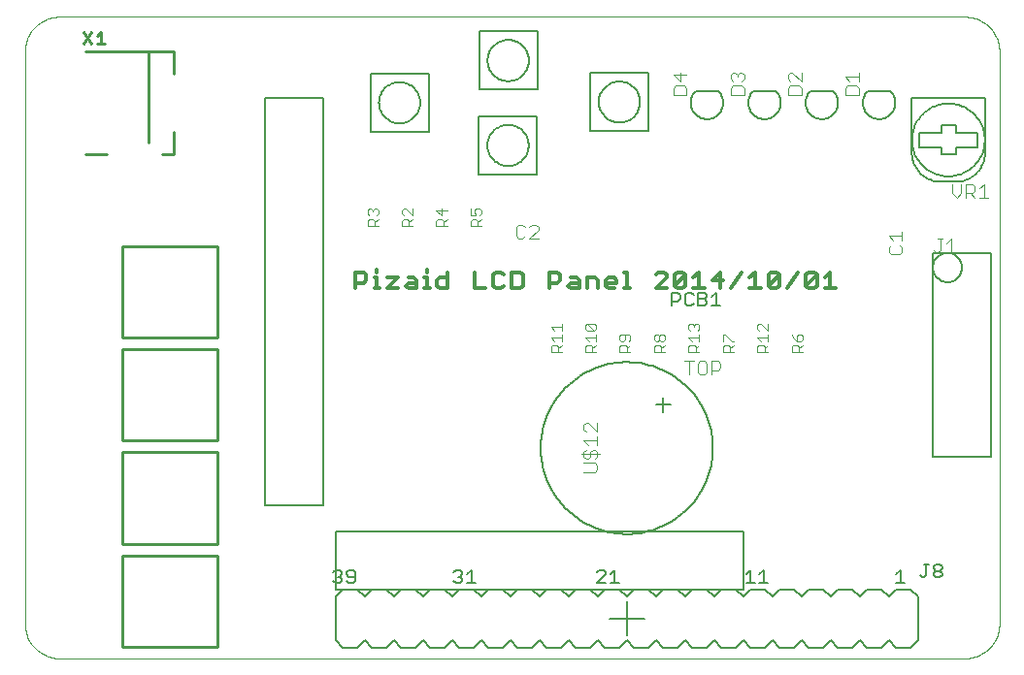
<source format=gto>
G75*
%MOIN*%
%OFA0B0*%
%FSLAX24Y24*%
%IPPOS*%
%LPD*%
%AMOC8*
5,1,8,0,0,1.08239X$1,22.5*
%
%ADD10C,0.0140*%
%ADD11C,0.0039*%
%ADD12C,0.0050*%
%ADD13C,0.0030*%
%ADD14C,0.0040*%
%ADD15C,0.0060*%
%ADD16C,0.0100*%
D10*
X012461Y014840D02*
X012461Y015400D01*
X012741Y015400D01*
X012834Y015307D01*
X012834Y015120D01*
X012741Y015026D01*
X012461Y015026D01*
X013105Y014840D02*
X013292Y014840D01*
X013199Y014840D02*
X013199Y015213D01*
X013105Y015213D01*
X013199Y015400D02*
X013199Y015494D01*
X013535Y015213D02*
X013909Y015213D01*
X013535Y014840D01*
X013909Y014840D01*
X014180Y014933D02*
X014273Y015026D01*
X014553Y015026D01*
X014553Y015120D02*
X014553Y014840D01*
X014273Y014840D01*
X014180Y014933D01*
X014273Y015213D02*
X014460Y015213D01*
X014553Y015120D01*
X014824Y015213D02*
X014918Y015213D01*
X014918Y014840D01*
X015011Y014840D02*
X014824Y014840D01*
X015254Y014933D02*
X015254Y015120D01*
X015347Y015213D01*
X015627Y015213D01*
X015627Y015400D02*
X015627Y014840D01*
X015347Y014840D01*
X015254Y014933D01*
X014918Y015400D02*
X014918Y015494D01*
X016543Y015400D02*
X016543Y014840D01*
X016917Y014840D01*
X017187Y014933D02*
X017187Y015307D01*
X017281Y015400D01*
X017468Y015400D01*
X017561Y015307D01*
X017832Y015400D02*
X017832Y014840D01*
X018112Y014840D01*
X018206Y014933D01*
X018206Y015307D01*
X018112Y015400D01*
X017832Y015400D01*
X017561Y014933D02*
X017468Y014840D01*
X017281Y014840D01*
X017187Y014933D01*
X019121Y014840D02*
X019121Y015400D01*
X019401Y015400D01*
X019495Y015307D01*
X019495Y015120D01*
X019401Y015026D01*
X019121Y015026D01*
X019766Y014933D02*
X019859Y015026D01*
X020139Y015026D01*
X020139Y015120D02*
X020139Y014840D01*
X019859Y014840D01*
X019766Y014933D01*
X019859Y015213D02*
X020046Y015213D01*
X020139Y015120D01*
X020410Y015213D02*
X020690Y015213D01*
X020784Y015120D01*
X020784Y014840D01*
X021055Y014933D02*
X021055Y015120D01*
X021148Y015213D01*
X021335Y015213D01*
X021428Y015120D01*
X021428Y015026D01*
X021055Y015026D01*
X021055Y014933D02*
X021148Y014840D01*
X021335Y014840D01*
X021699Y014840D02*
X021886Y014840D01*
X021793Y014840D02*
X021793Y015400D01*
X021699Y015400D01*
X022774Y015307D02*
X022867Y015400D01*
X023054Y015400D01*
X023147Y015307D01*
X023147Y015213D01*
X022774Y014840D01*
X023147Y014840D01*
X023418Y014933D02*
X023792Y015307D01*
X023792Y014933D01*
X023698Y014840D01*
X023512Y014840D01*
X023418Y014933D01*
X023418Y015307D01*
X023512Y015400D01*
X023698Y015400D01*
X023792Y015307D01*
X024063Y015213D02*
X024249Y015400D01*
X024249Y014840D01*
X024063Y014840D02*
X024436Y014840D01*
X024707Y015120D02*
X025081Y015120D01*
X024987Y014840D02*
X024987Y015400D01*
X024707Y015120D01*
X025352Y014840D02*
X025725Y015400D01*
X025996Y015213D02*
X026183Y015400D01*
X026183Y014840D01*
X025996Y014840D02*
X026370Y014840D01*
X026641Y014933D02*
X026641Y015307D01*
X026734Y015400D01*
X026921Y015400D01*
X027014Y015307D01*
X026641Y014933D01*
X026734Y014840D01*
X026921Y014840D01*
X027014Y014933D01*
X027014Y015307D01*
X027285Y014840D02*
X027659Y015400D01*
X027930Y015307D02*
X028023Y015400D01*
X028210Y015400D01*
X028304Y015307D01*
X027930Y014933D01*
X028023Y014840D01*
X028210Y014840D01*
X028304Y014933D01*
X028304Y015307D01*
X028574Y015213D02*
X028761Y015400D01*
X028761Y014840D01*
X028574Y014840D02*
X028948Y014840D01*
X027930Y014933D02*
X027930Y015307D01*
X020410Y015213D02*
X020410Y014840D01*
D11*
X033393Y002124D02*
X002290Y002124D01*
X002224Y002126D01*
X002158Y002131D01*
X002092Y002141D01*
X002027Y002154D01*
X001963Y002170D01*
X001900Y002190D01*
X001838Y002214D01*
X001778Y002241D01*
X001719Y002271D01*
X001662Y002305D01*
X001607Y002342D01*
X001554Y002382D01*
X001503Y002424D01*
X001455Y002470D01*
X001409Y002518D01*
X001367Y002569D01*
X001327Y002622D01*
X001290Y002677D01*
X001256Y002734D01*
X001226Y002793D01*
X001199Y002853D01*
X001175Y002915D01*
X001155Y002978D01*
X001139Y003042D01*
X001126Y003107D01*
X001116Y003173D01*
X001111Y003239D01*
X001109Y003305D01*
X001109Y022990D01*
X001111Y023056D01*
X001116Y023122D01*
X001126Y023188D01*
X001139Y023253D01*
X001155Y023317D01*
X001175Y023380D01*
X001199Y023442D01*
X001226Y023502D01*
X001256Y023561D01*
X001290Y023618D01*
X001327Y023673D01*
X001367Y023726D01*
X001409Y023777D01*
X001455Y023825D01*
X001503Y023871D01*
X001554Y023913D01*
X001607Y023953D01*
X001662Y023990D01*
X001719Y024024D01*
X001778Y024054D01*
X001838Y024081D01*
X001900Y024105D01*
X001963Y024125D01*
X002027Y024141D01*
X002092Y024154D01*
X002158Y024164D01*
X002224Y024169D01*
X002290Y024171D01*
X033393Y024171D01*
X033459Y024169D01*
X033525Y024164D01*
X033591Y024154D01*
X033656Y024141D01*
X033720Y024125D01*
X033783Y024105D01*
X033845Y024081D01*
X033905Y024054D01*
X033964Y024024D01*
X034021Y023990D01*
X034076Y023953D01*
X034129Y023913D01*
X034180Y023871D01*
X034228Y023825D01*
X034274Y023777D01*
X034316Y023726D01*
X034356Y023673D01*
X034393Y023618D01*
X034427Y023561D01*
X034457Y023502D01*
X034484Y023442D01*
X034508Y023380D01*
X034528Y023317D01*
X034544Y023253D01*
X034557Y023188D01*
X034567Y023122D01*
X034572Y023056D01*
X034574Y022990D01*
X034574Y003305D01*
X034572Y003239D01*
X034567Y003173D01*
X034557Y003107D01*
X034544Y003042D01*
X034528Y002978D01*
X034508Y002915D01*
X034484Y002853D01*
X034457Y002793D01*
X034427Y002734D01*
X034393Y002677D01*
X034356Y002622D01*
X034316Y002569D01*
X034274Y002518D01*
X034228Y002470D01*
X034180Y002424D01*
X034129Y002382D01*
X034076Y002342D01*
X034021Y002305D01*
X033964Y002271D01*
X033905Y002241D01*
X033845Y002214D01*
X033783Y002190D01*
X033720Y002170D01*
X033656Y002154D01*
X033591Y002141D01*
X033525Y002131D01*
X033459Y002126D01*
X033393Y002124D01*
D12*
X032528Y004905D02*
X032378Y004905D01*
X032303Y004980D01*
X032303Y005055D01*
X032378Y005130D01*
X032528Y005130D01*
X032604Y005055D01*
X032604Y004980D01*
X032528Y004905D01*
X032528Y005130D02*
X032604Y005205D01*
X032604Y005280D01*
X032528Y005355D01*
X032378Y005355D01*
X032303Y005280D01*
X032303Y005205D01*
X032378Y005130D01*
X032143Y005355D02*
X031993Y005355D01*
X032068Y005355D02*
X032068Y004980D01*
X031993Y004905D01*
X031918Y004905D01*
X031843Y004980D01*
X031322Y004708D02*
X031022Y004708D01*
X031172Y004708D02*
X031172Y005158D01*
X031022Y005008D01*
X026631Y004708D02*
X026331Y004708D01*
X026481Y004708D02*
X026481Y005158D01*
X026331Y005008D01*
X026171Y004708D02*
X025871Y004708D01*
X026021Y004708D02*
X026021Y005158D01*
X025871Y005008D01*
X025779Y004502D02*
X025779Y006502D01*
X011779Y006502D01*
X011779Y004502D01*
X025779Y004502D01*
X022369Y003502D02*
X021188Y003502D01*
X021779Y002911D02*
X021779Y004092D01*
X021513Y004708D02*
X021213Y004708D01*
X021363Y004708D02*
X021363Y005158D01*
X021213Y005008D01*
X021053Y005008D02*
X021053Y005083D01*
X020978Y005158D01*
X020828Y005158D01*
X020753Y005083D01*
X021053Y005008D02*
X020753Y004708D01*
X021053Y004708D01*
X016592Y004708D02*
X016292Y004708D01*
X016442Y004708D02*
X016442Y005158D01*
X016292Y005008D01*
X016132Y005008D02*
X016057Y004933D01*
X016132Y004858D01*
X016132Y004783D01*
X016057Y004708D01*
X015906Y004708D01*
X015831Y004783D01*
X015981Y004933D02*
X016057Y004933D01*
X016132Y005008D02*
X016132Y005083D01*
X016057Y005158D01*
X015906Y005158D01*
X015831Y005083D01*
X012458Y005083D02*
X012458Y004783D01*
X012383Y004708D01*
X012233Y004708D01*
X012158Y004783D01*
X011998Y004783D02*
X011923Y004708D01*
X011773Y004708D01*
X011697Y004783D01*
X011848Y004933D02*
X011923Y004933D01*
X011998Y004858D01*
X011998Y004783D01*
X011923Y004933D02*
X011998Y005008D01*
X011998Y005083D01*
X011923Y005158D01*
X011773Y005158D01*
X011697Y005083D01*
X012158Y005083D02*
X012158Y005008D01*
X012233Y004933D01*
X012458Y004933D01*
X012458Y005083D02*
X012383Y005158D01*
X012233Y005158D01*
X012158Y005083D01*
X011361Y007376D02*
X009361Y007376D01*
X009361Y021376D01*
X011361Y021376D01*
X011361Y007376D01*
X018826Y009352D02*
X018828Y009460D01*
X018834Y009569D01*
X018844Y009677D01*
X018858Y009784D01*
X018876Y009891D01*
X018897Y009998D01*
X018923Y010103D01*
X018953Y010208D01*
X018986Y010311D01*
X019023Y010413D01*
X019064Y010513D01*
X019108Y010612D01*
X019157Y010710D01*
X019208Y010805D01*
X019263Y010898D01*
X019322Y010990D01*
X019384Y011079D01*
X019449Y011166D01*
X019517Y011250D01*
X019588Y011332D01*
X019662Y011411D01*
X019739Y011487D01*
X019819Y011561D01*
X019902Y011631D01*
X019987Y011699D01*
X020074Y011763D01*
X020164Y011824D01*
X020256Y011882D01*
X020350Y011936D01*
X020446Y011987D01*
X020543Y012034D01*
X020643Y012078D01*
X020744Y012118D01*
X020846Y012154D01*
X020949Y012186D01*
X021054Y012215D01*
X021160Y012239D01*
X021266Y012260D01*
X021373Y012277D01*
X021481Y012290D01*
X021589Y012299D01*
X021698Y012304D01*
X021806Y012305D01*
X021915Y012302D01*
X022023Y012295D01*
X022131Y012284D01*
X022238Y012269D01*
X022345Y012250D01*
X022451Y012227D01*
X022556Y012201D01*
X022661Y012170D01*
X022763Y012136D01*
X022865Y012098D01*
X022965Y012056D01*
X023064Y012011D01*
X023161Y011962D01*
X023255Y011909D01*
X023348Y011853D01*
X023439Y011794D01*
X023528Y011731D01*
X023614Y011666D01*
X023698Y011597D01*
X023779Y011525D01*
X023857Y011450D01*
X023933Y011372D01*
X024006Y011291D01*
X024076Y011208D01*
X024142Y011123D01*
X024206Y011035D01*
X024266Y010944D01*
X024323Y010852D01*
X024376Y010757D01*
X024426Y010661D01*
X024472Y010563D01*
X024515Y010463D01*
X024554Y010362D01*
X024589Y010259D01*
X024621Y010156D01*
X024648Y010051D01*
X024672Y009945D01*
X024692Y009838D01*
X024708Y009731D01*
X024720Y009623D01*
X024728Y009515D01*
X024732Y009406D01*
X024732Y009298D01*
X024728Y009189D01*
X024720Y009081D01*
X024708Y008973D01*
X024692Y008866D01*
X024672Y008759D01*
X024648Y008653D01*
X024621Y008548D01*
X024589Y008445D01*
X024554Y008342D01*
X024515Y008241D01*
X024472Y008141D01*
X024426Y008043D01*
X024376Y007947D01*
X024323Y007852D01*
X024266Y007760D01*
X024206Y007669D01*
X024142Y007581D01*
X024076Y007496D01*
X024006Y007413D01*
X023933Y007332D01*
X023857Y007254D01*
X023779Y007179D01*
X023698Y007107D01*
X023614Y007038D01*
X023528Y006973D01*
X023439Y006910D01*
X023348Y006851D01*
X023256Y006795D01*
X023161Y006742D01*
X023064Y006693D01*
X022965Y006648D01*
X022865Y006606D01*
X022763Y006568D01*
X022661Y006534D01*
X022556Y006503D01*
X022451Y006477D01*
X022345Y006454D01*
X022238Y006435D01*
X022131Y006420D01*
X022023Y006409D01*
X021915Y006402D01*
X021806Y006399D01*
X021698Y006400D01*
X021589Y006405D01*
X021481Y006414D01*
X021373Y006427D01*
X021266Y006444D01*
X021160Y006465D01*
X021054Y006489D01*
X020949Y006518D01*
X020846Y006550D01*
X020744Y006586D01*
X020643Y006626D01*
X020543Y006670D01*
X020446Y006717D01*
X020350Y006768D01*
X020256Y006822D01*
X020164Y006880D01*
X020074Y006941D01*
X019987Y007005D01*
X019902Y007073D01*
X019819Y007143D01*
X019739Y007217D01*
X019662Y007293D01*
X019588Y007372D01*
X019517Y007454D01*
X019449Y007538D01*
X019384Y007625D01*
X019322Y007714D01*
X019263Y007806D01*
X019208Y007899D01*
X019157Y007994D01*
X019108Y008092D01*
X019064Y008191D01*
X019023Y008291D01*
X018986Y008393D01*
X018953Y008496D01*
X018923Y008601D01*
X018897Y008706D01*
X018876Y008813D01*
X018858Y008920D01*
X018844Y009027D01*
X018834Y009135D01*
X018828Y009244D01*
X018826Y009352D01*
X022779Y010852D02*
X023279Y010852D01*
X023029Y011102D02*
X023029Y010602D01*
X023308Y014247D02*
X023308Y014698D01*
X023534Y014698D01*
X023609Y014623D01*
X023609Y014473D01*
X023534Y014398D01*
X023308Y014398D01*
X023769Y014322D02*
X023844Y014247D01*
X023994Y014247D01*
X024069Y014322D01*
X024229Y014247D02*
X024454Y014247D01*
X024529Y014322D01*
X024529Y014398D01*
X024454Y014473D01*
X024229Y014473D01*
X024069Y014623D02*
X023994Y014698D01*
X023844Y014698D01*
X023769Y014623D01*
X023769Y014322D01*
X024229Y014247D02*
X024229Y014698D01*
X024454Y014698D01*
X024529Y014623D01*
X024529Y014548D01*
X024454Y014473D01*
X024690Y014548D02*
X024840Y014698D01*
X024840Y014247D01*
X024690Y014247D02*
X024990Y014247D01*
X018700Y018754D02*
X018700Y020754D01*
X016700Y020754D01*
X016700Y018754D01*
X018700Y018754D01*
X016993Y019754D02*
X016995Y019807D01*
X017001Y019859D01*
X017011Y019911D01*
X017024Y019962D01*
X017042Y020012D01*
X017063Y020061D01*
X017088Y020108D01*
X017116Y020152D01*
X017147Y020195D01*
X017182Y020235D01*
X017219Y020272D01*
X017259Y020307D01*
X017302Y020338D01*
X017347Y020366D01*
X017393Y020391D01*
X017442Y020412D01*
X017492Y020430D01*
X017543Y020443D01*
X017595Y020453D01*
X017647Y020459D01*
X017700Y020461D01*
X017753Y020459D01*
X017805Y020453D01*
X017857Y020443D01*
X017908Y020430D01*
X017958Y020412D01*
X018007Y020391D01*
X018054Y020366D01*
X018098Y020338D01*
X018141Y020307D01*
X018181Y020272D01*
X018218Y020235D01*
X018253Y020195D01*
X018284Y020152D01*
X018312Y020107D01*
X018337Y020061D01*
X018358Y020012D01*
X018376Y019962D01*
X018389Y019911D01*
X018399Y019859D01*
X018405Y019807D01*
X018407Y019754D01*
X018405Y019701D01*
X018399Y019649D01*
X018389Y019597D01*
X018376Y019546D01*
X018358Y019496D01*
X018337Y019447D01*
X018312Y019400D01*
X018284Y019356D01*
X018253Y019313D01*
X018218Y019273D01*
X018181Y019236D01*
X018141Y019201D01*
X018098Y019170D01*
X018053Y019142D01*
X018007Y019117D01*
X017958Y019096D01*
X017908Y019078D01*
X017857Y019065D01*
X017805Y019055D01*
X017753Y019049D01*
X017700Y019047D01*
X017647Y019049D01*
X017595Y019055D01*
X017543Y019065D01*
X017492Y019078D01*
X017442Y019096D01*
X017393Y019117D01*
X017346Y019142D01*
X017302Y019170D01*
X017259Y019201D01*
X017219Y019236D01*
X017182Y019273D01*
X017147Y019313D01*
X017116Y019356D01*
X017088Y019401D01*
X017063Y019447D01*
X017042Y019496D01*
X017024Y019546D01*
X017011Y019597D01*
X017001Y019649D01*
X016995Y019701D01*
X016993Y019754D01*
X014975Y020222D02*
X014975Y022222D01*
X012975Y022222D01*
X012975Y020222D01*
X014975Y020222D01*
X013268Y021222D02*
X013270Y021275D01*
X013276Y021327D01*
X013286Y021379D01*
X013299Y021430D01*
X013317Y021480D01*
X013338Y021529D01*
X013363Y021576D01*
X013391Y021620D01*
X013422Y021663D01*
X013457Y021703D01*
X013494Y021740D01*
X013534Y021775D01*
X013577Y021806D01*
X013622Y021834D01*
X013668Y021859D01*
X013717Y021880D01*
X013767Y021898D01*
X013818Y021911D01*
X013870Y021921D01*
X013922Y021927D01*
X013975Y021929D01*
X014028Y021927D01*
X014080Y021921D01*
X014132Y021911D01*
X014183Y021898D01*
X014233Y021880D01*
X014282Y021859D01*
X014329Y021834D01*
X014373Y021806D01*
X014416Y021775D01*
X014456Y021740D01*
X014493Y021703D01*
X014528Y021663D01*
X014559Y021620D01*
X014587Y021575D01*
X014612Y021529D01*
X014633Y021480D01*
X014651Y021430D01*
X014664Y021379D01*
X014674Y021327D01*
X014680Y021275D01*
X014682Y021222D01*
X014680Y021169D01*
X014674Y021117D01*
X014664Y021065D01*
X014651Y021014D01*
X014633Y020964D01*
X014612Y020915D01*
X014587Y020868D01*
X014559Y020824D01*
X014528Y020781D01*
X014493Y020741D01*
X014456Y020704D01*
X014416Y020669D01*
X014373Y020638D01*
X014328Y020610D01*
X014282Y020585D01*
X014233Y020564D01*
X014183Y020546D01*
X014132Y020533D01*
X014080Y020523D01*
X014028Y020517D01*
X013975Y020515D01*
X013922Y020517D01*
X013870Y020523D01*
X013818Y020533D01*
X013767Y020546D01*
X013717Y020564D01*
X013668Y020585D01*
X013621Y020610D01*
X013577Y020638D01*
X013534Y020669D01*
X013494Y020704D01*
X013457Y020741D01*
X013422Y020781D01*
X013391Y020824D01*
X013363Y020869D01*
X013338Y020915D01*
X013317Y020964D01*
X013299Y021014D01*
X013286Y021065D01*
X013276Y021117D01*
X013270Y021169D01*
X013268Y021222D01*
X016704Y021671D02*
X016704Y023671D01*
X018704Y023671D01*
X018704Y021671D01*
X016704Y021671D01*
X016997Y022671D02*
X016999Y022724D01*
X017005Y022776D01*
X017015Y022828D01*
X017028Y022879D01*
X017046Y022929D01*
X017067Y022978D01*
X017092Y023025D01*
X017120Y023069D01*
X017151Y023112D01*
X017186Y023152D01*
X017223Y023189D01*
X017263Y023224D01*
X017306Y023255D01*
X017351Y023283D01*
X017397Y023308D01*
X017446Y023329D01*
X017496Y023347D01*
X017547Y023360D01*
X017599Y023370D01*
X017651Y023376D01*
X017704Y023378D01*
X017757Y023376D01*
X017809Y023370D01*
X017861Y023360D01*
X017912Y023347D01*
X017962Y023329D01*
X018011Y023308D01*
X018058Y023283D01*
X018102Y023255D01*
X018145Y023224D01*
X018185Y023189D01*
X018222Y023152D01*
X018257Y023112D01*
X018288Y023069D01*
X018316Y023024D01*
X018341Y022978D01*
X018362Y022929D01*
X018380Y022879D01*
X018393Y022828D01*
X018403Y022776D01*
X018409Y022724D01*
X018411Y022671D01*
X018409Y022618D01*
X018403Y022566D01*
X018393Y022514D01*
X018380Y022463D01*
X018362Y022413D01*
X018341Y022364D01*
X018316Y022317D01*
X018288Y022273D01*
X018257Y022230D01*
X018222Y022190D01*
X018185Y022153D01*
X018145Y022118D01*
X018102Y022087D01*
X018057Y022059D01*
X018011Y022034D01*
X017962Y022013D01*
X017912Y021995D01*
X017861Y021982D01*
X017809Y021972D01*
X017757Y021966D01*
X017704Y021964D01*
X017651Y021966D01*
X017599Y021972D01*
X017547Y021982D01*
X017496Y021995D01*
X017446Y022013D01*
X017397Y022034D01*
X017350Y022059D01*
X017306Y022087D01*
X017263Y022118D01*
X017223Y022153D01*
X017186Y022190D01*
X017151Y022230D01*
X017120Y022273D01*
X017092Y022318D01*
X017067Y022364D01*
X017046Y022413D01*
X017028Y022463D01*
X017015Y022514D01*
X017005Y022566D01*
X016999Y022618D01*
X016997Y022671D01*
X020523Y022246D02*
X020523Y020246D01*
X022523Y020246D01*
X022523Y022246D01*
X020523Y022246D01*
X020816Y021246D02*
X020818Y021299D01*
X020824Y021351D01*
X020834Y021403D01*
X020847Y021454D01*
X020865Y021504D01*
X020886Y021553D01*
X020911Y021600D01*
X020939Y021644D01*
X020970Y021687D01*
X021005Y021727D01*
X021042Y021764D01*
X021082Y021799D01*
X021125Y021830D01*
X021170Y021858D01*
X021216Y021883D01*
X021265Y021904D01*
X021315Y021922D01*
X021366Y021935D01*
X021418Y021945D01*
X021470Y021951D01*
X021523Y021953D01*
X021576Y021951D01*
X021628Y021945D01*
X021680Y021935D01*
X021731Y021922D01*
X021781Y021904D01*
X021830Y021883D01*
X021877Y021858D01*
X021921Y021830D01*
X021964Y021799D01*
X022004Y021764D01*
X022041Y021727D01*
X022076Y021687D01*
X022107Y021644D01*
X022135Y021599D01*
X022160Y021553D01*
X022181Y021504D01*
X022199Y021454D01*
X022212Y021403D01*
X022222Y021351D01*
X022228Y021299D01*
X022230Y021246D01*
X022228Y021193D01*
X022222Y021141D01*
X022212Y021089D01*
X022199Y021038D01*
X022181Y020988D01*
X022160Y020939D01*
X022135Y020892D01*
X022107Y020848D01*
X022076Y020805D01*
X022041Y020765D01*
X022004Y020728D01*
X021964Y020693D01*
X021921Y020662D01*
X021876Y020634D01*
X021830Y020609D01*
X021781Y020588D01*
X021731Y020570D01*
X021680Y020557D01*
X021628Y020547D01*
X021576Y020541D01*
X021523Y020539D01*
X021470Y020541D01*
X021418Y020547D01*
X021366Y020557D01*
X021315Y020570D01*
X021265Y020588D01*
X021216Y020609D01*
X021169Y020634D01*
X021125Y020662D01*
X021082Y020693D01*
X021042Y020728D01*
X021005Y020765D01*
X020970Y020805D01*
X020939Y020848D01*
X020911Y020893D01*
X020886Y020939D01*
X020865Y020988D01*
X020847Y021038D01*
X020834Y021089D01*
X020824Y021141D01*
X020818Y021193D01*
X020816Y021246D01*
X024141Y021612D02*
X024928Y021612D01*
X024959Y021578D01*
X024987Y021542D01*
X025012Y021503D01*
X025034Y021463D01*
X025053Y021420D01*
X025068Y021377D01*
X025079Y021332D01*
X025087Y021287D01*
X025091Y021241D01*
X025091Y021195D01*
X025087Y021149D01*
X025079Y021104D01*
X025068Y021059D01*
X025053Y021016D01*
X025034Y020973D01*
X025012Y020933D01*
X024987Y020894D01*
X024959Y020858D01*
X024928Y020824D01*
X024894Y020793D01*
X024858Y020765D01*
X024819Y020740D01*
X024779Y020718D01*
X024736Y020699D01*
X024693Y020684D01*
X024648Y020673D01*
X024603Y020665D01*
X024557Y020661D01*
X024511Y020661D01*
X024465Y020665D01*
X024420Y020673D01*
X024375Y020684D01*
X024332Y020699D01*
X024289Y020718D01*
X024249Y020740D01*
X024210Y020765D01*
X024174Y020793D01*
X024140Y020824D01*
X024109Y020858D01*
X024081Y020894D01*
X024056Y020933D01*
X024034Y020973D01*
X024015Y021016D01*
X024000Y021059D01*
X023989Y021104D01*
X023981Y021149D01*
X023977Y021195D01*
X023977Y021241D01*
X023981Y021287D01*
X023989Y021332D01*
X024000Y021377D01*
X024015Y021420D01*
X024034Y021463D01*
X024056Y021503D01*
X024081Y021542D01*
X024109Y021578D01*
X024140Y021612D01*
X026109Y021612D02*
X026897Y021612D01*
X026928Y021578D01*
X026956Y021542D01*
X026981Y021503D01*
X027003Y021463D01*
X027022Y021420D01*
X027037Y021377D01*
X027048Y021332D01*
X027056Y021287D01*
X027060Y021241D01*
X027060Y021195D01*
X027056Y021149D01*
X027048Y021104D01*
X027037Y021059D01*
X027022Y021016D01*
X027003Y020973D01*
X026981Y020933D01*
X026956Y020894D01*
X026928Y020858D01*
X026897Y020824D01*
X026863Y020793D01*
X026827Y020765D01*
X026788Y020740D01*
X026748Y020718D01*
X026705Y020699D01*
X026662Y020684D01*
X026617Y020673D01*
X026572Y020665D01*
X026526Y020661D01*
X026480Y020661D01*
X026434Y020665D01*
X026389Y020673D01*
X026344Y020684D01*
X026301Y020699D01*
X026258Y020718D01*
X026218Y020740D01*
X026179Y020765D01*
X026143Y020793D01*
X026109Y020824D01*
X026078Y020858D01*
X026050Y020894D01*
X026025Y020933D01*
X026003Y020973D01*
X025984Y021016D01*
X025969Y021059D01*
X025958Y021104D01*
X025950Y021149D01*
X025946Y021195D01*
X025946Y021241D01*
X025950Y021287D01*
X025958Y021332D01*
X025969Y021377D01*
X025984Y021420D01*
X026003Y021463D01*
X026025Y021503D01*
X026050Y021542D01*
X026078Y021578D01*
X026109Y021612D01*
X028078Y021612D02*
X028865Y021612D01*
X028896Y021578D01*
X028924Y021542D01*
X028949Y021503D01*
X028971Y021463D01*
X028990Y021420D01*
X029005Y021377D01*
X029016Y021332D01*
X029024Y021287D01*
X029028Y021241D01*
X029028Y021195D01*
X029024Y021149D01*
X029016Y021104D01*
X029005Y021059D01*
X028990Y021016D01*
X028971Y020973D01*
X028949Y020933D01*
X028924Y020894D01*
X028896Y020858D01*
X028865Y020824D01*
X028831Y020793D01*
X028795Y020765D01*
X028756Y020740D01*
X028716Y020718D01*
X028673Y020699D01*
X028630Y020684D01*
X028585Y020673D01*
X028540Y020665D01*
X028494Y020661D01*
X028448Y020661D01*
X028402Y020665D01*
X028357Y020673D01*
X028312Y020684D01*
X028269Y020699D01*
X028226Y020718D01*
X028186Y020740D01*
X028147Y020765D01*
X028111Y020793D01*
X028077Y020824D01*
X028046Y020858D01*
X028018Y020894D01*
X027993Y020933D01*
X027971Y020973D01*
X027952Y021016D01*
X027937Y021059D01*
X027926Y021104D01*
X027918Y021149D01*
X027914Y021195D01*
X027914Y021241D01*
X027918Y021287D01*
X027926Y021332D01*
X027937Y021377D01*
X027952Y021420D01*
X027971Y021463D01*
X027993Y021503D01*
X028018Y021542D01*
X028046Y021578D01*
X028077Y021612D01*
X030046Y021612D02*
X030834Y021612D01*
X030865Y021578D01*
X030893Y021542D01*
X030918Y021503D01*
X030940Y021463D01*
X030959Y021420D01*
X030974Y021377D01*
X030985Y021332D01*
X030993Y021287D01*
X030997Y021241D01*
X030997Y021195D01*
X030993Y021149D01*
X030985Y021104D01*
X030974Y021059D01*
X030959Y021016D01*
X030940Y020973D01*
X030918Y020933D01*
X030893Y020894D01*
X030865Y020858D01*
X030834Y020824D01*
X030800Y020793D01*
X030764Y020765D01*
X030725Y020740D01*
X030685Y020718D01*
X030642Y020699D01*
X030599Y020684D01*
X030554Y020673D01*
X030509Y020665D01*
X030463Y020661D01*
X030417Y020661D01*
X030371Y020665D01*
X030326Y020673D01*
X030281Y020684D01*
X030238Y020699D01*
X030195Y020718D01*
X030155Y020740D01*
X030116Y020765D01*
X030080Y020793D01*
X030046Y020824D01*
X030015Y020858D01*
X029987Y020894D01*
X029962Y020933D01*
X029940Y020973D01*
X029921Y021016D01*
X029906Y021059D01*
X029895Y021104D01*
X029887Y021149D01*
X029883Y021195D01*
X029883Y021241D01*
X029887Y021287D01*
X029895Y021332D01*
X029906Y021377D01*
X029921Y021420D01*
X029940Y021463D01*
X029962Y021503D01*
X029987Y021542D01*
X030015Y021578D01*
X030046Y021612D01*
X031562Y021380D02*
X031562Y019506D01*
X031822Y019693D02*
X032572Y019693D01*
X032572Y019443D01*
X033072Y019443D01*
X033072Y019693D01*
X033822Y019693D01*
X033822Y020193D01*
X033072Y020193D01*
X033072Y020443D01*
X032572Y020443D01*
X032572Y020193D01*
X031822Y020193D01*
X031822Y019693D01*
X031562Y019506D02*
X031564Y019446D01*
X031569Y019385D01*
X031578Y019326D01*
X031591Y019267D01*
X031607Y019208D01*
X031627Y019151D01*
X031650Y019096D01*
X031677Y019041D01*
X031706Y018989D01*
X031739Y018938D01*
X031775Y018889D01*
X031813Y018843D01*
X031855Y018799D01*
X031899Y018757D01*
X031945Y018719D01*
X031994Y018683D01*
X032045Y018650D01*
X032097Y018621D01*
X032152Y018594D01*
X032207Y018571D01*
X032264Y018551D01*
X032323Y018535D01*
X032382Y018522D01*
X032441Y018513D01*
X032502Y018508D01*
X032562Y018506D01*
X033082Y018506D01*
X033142Y018508D01*
X033203Y018513D01*
X033262Y018522D01*
X033321Y018535D01*
X033380Y018551D01*
X033437Y018571D01*
X033492Y018594D01*
X033547Y018621D01*
X033599Y018650D01*
X033650Y018683D01*
X033699Y018719D01*
X033745Y018757D01*
X033789Y018799D01*
X033831Y018843D01*
X033869Y018889D01*
X033905Y018938D01*
X033938Y018989D01*
X033967Y019041D01*
X033994Y019096D01*
X034017Y019151D01*
X034037Y019208D01*
X034053Y019267D01*
X034066Y019326D01*
X034075Y019385D01*
X034080Y019446D01*
X034082Y019506D01*
X034082Y021380D01*
X031562Y021380D01*
X031572Y019943D02*
X031574Y020013D01*
X031580Y020083D01*
X031590Y020152D01*
X031603Y020221D01*
X031621Y020289D01*
X031642Y020356D01*
X031667Y020421D01*
X031696Y020485D01*
X031728Y020548D01*
X031764Y020608D01*
X031803Y020666D01*
X031845Y020722D01*
X031890Y020776D01*
X031938Y020827D01*
X031989Y020875D01*
X032043Y020920D01*
X032099Y020962D01*
X032157Y021001D01*
X032217Y021037D01*
X032280Y021069D01*
X032344Y021098D01*
X032409Y021123D01*
X032476Y021144D01*
X032544Y021162D01*
X032613Y021175D01*
X032682Y021185D01*
X032752Y021191D01*
X032822Y021193D01*
X032892Y021191D01*
X032962Y021185D01*
X033031Y021175D01*
X033100Y021162D01*
X033168Y021144D01*
X033235Y021123D01*
X033300Y021098D01*
X033364Y021069D01*
X033427Y021037D01*
X033487Y021001D01*
X033545Y020962D01*
X033601Y020920D01*
X033655Y020875D01*
X033706Y020827D01*
X033754Y020776D01*
X033799Y020722D01*
X033841Y020666D01*
X033880Y020608D01*
X033916Y020548D01*
X033948Y020485D01*
X033977Y020421D01*
X034002Y020356D01*
X034023Y020289D01*
X034041Y020221D01*
X034054Y020152D01*
X034064Y020083D01*
X034070Y020013D01*
X034072Y019943D01*
X034070Y019873D01*
X034064Y019803D01*
X034054Y019734D01*
X034041Y019665D01*
X034023Y019597D01*
X034002Y019530D01*
X033977Y019465D01*
X033948Y019401D01*
X033916Y019338D01*
X033880Y019278D01*
X033841Y019220D01*
X033799Y019164D01*
X033754Y019110D01*
X033706Y019059D01*
X033655Y019011D01*
X033601Y018966D01*
X033545Y018924D01*
X033487Y018885D01*
X033427Y018849D01*
X033364Y018817D01*
X033300Y018788D01*
X033235Y018763D01*
X033168Y018742D01*
X033100Y018724D01*
X033031Y018711D01*
X032962Y018701D01*
X032892Y018695D01*
X032822Y018693D01*
X032752Y018695D01*
X032682Y018701D01*
X032613Y018711D01*
X032544Y018724D01*
X032476Y018742D01*
X032409Y018763D01*
X032344Y018788D01*
X032280Y018817D01*
X032217Y018849D01*
X032157Y018885D01*
X032099Y018924D01*
X032043Y018966D01*
X031989Y019011D01*
X031938Y019059D01*
X031890Y019110D01*
X031845Y019164D01*
X031803Y019220D01*
X031764Y019278D01*
X031728Y019338D01*
X031696Y019401D01*
X031667Y019465D01*
X031642Y019530D01*
X031621Y019597D01*
X031603Y019665D01*
X031590Y019734D01*
X031580Y019803D01*
X031574Y019873D01*
X031572Y019943D01*
X032286Y016057D02*
X032286Y009057D01*
X034286Y009057D01*
X034286Y016057D01*
X032286Y016057D01*
X032286Y015557D02*
X032288Y015601D01*
X032294Y015645D01*
X032304Y015688D01*
X032317Y015730D01*
X032334Y015771D01*
X032355Y015810D01*
X032379Y015847D01*
X032406Y015882D01*
X032436Y015914D01*
X032469Y015944D01*
X032505Y015970D01*
X032542Y015994D01*
X032582Y016013D01*
X032623Y016030D01*
X032666Y016042D01*
X032709Y016051D01*
X032753Y016056D01*
X032797Y016057D01*
X032841Y016054D01*
X032885Y016047D01*
X032928Y016036D01*
X032970Y016022D01*
X033010Y016004D01*
X033049Y015982D01*
X033085Y015958D01*
X033119Y015930D01*
X033151Y015899D01*
X033180Y015865D01*
X033206Y015829D01*
X033228Y015791D01*
X033247Y015751D01*
X033262Y015709D01*
X033274Y015667D01*
X033282Y015623D01*
X033286Y015579D01*
X033286Y015535D01*
X033282Y015491D01*
X033274Y015447D01*
X033262Y015405D01*
X033247Y015363D01*
X033228Y015323D01*
X033206Y015285D01*
X033180Y015249D01*
X033151Y015215D01*
X033119Y015184D01*
X033085Y015156D01*
X033049Y015132D01*
X033010Y015110D01*
X032970Y015092D01*
X032928Y015078D01*
X032885Y015067D01*
X032841Y015060D01*
X032797Y015057D01*
X032753Y015058D01*
X032709Y015063D01*
X032666Y015072D01*
X032623Y015084D01*
X032582Y015101D01*
X032542Y015120D01*
X032505Y015144D01*
X032469Y015170D01*
X032436Y015200D01*
X032406Y015232D01*
X032379Y015267D01*
X032355Y015304D01*
X032334Y015343D01*
X032317Y015384D01*
X032304Y015426D01*
X032294Y015469D01*
X032288Y015513D01*
X032286Y015557D01*
D13*
X027807Y013204D02*
X027807Y013081D01*
X027745Y013019D01*
X027622Y013019D01*
X027622Y013204D01*
X027683Y013266D01*
X027745Y013266D01*
X027807Y013204D01*
X027622Y013019D02*
X027498Y013143D01*
X027437Y013266D01*
X027498Y012898D02*
X027622Y012898D01*
X027683Y012836D01*
X027683Y012651D01*
X027683Y012774D02*
X027807Y012898D01*
X027807Y012651D02*
X027437Y012651D01*
X027437Y012836D01*
X027498Y012898D01*
X026626Y012898D02*
X026502Y012774D01*
X026502Y012836D02*
X026502Y012651D01*
X026626Y012651D02*
X026255Y012651D01*
X026255Y012836D01*
X026317Y012898D01*
X026441Y012898D01*
X026502Y012836D01*
X026379Y013019D02*
X026255Y013143D01*
X026626Y013143D01*
X026626Y013266D02*
X026626Y013019D01*
X026626Y013387D02*
X026379Y013634D01*
X026317Y013634D01*
X026255Y013573D01*
X026255Y013449D01*
X026317Y013387D01*
X026626Y013387D02*
X026626Y013634D01*
X025445Y013019D02*
X025383Y013019D01*
X025136Y013266D01*
X025074Y013266D01*
X025074Y013019D01*
X025136Y012898D02*
X025259Y012898D01*
X025321Y012836D01*
X025321Y012651D01*
X025321Y012774D02*
X025445Y012898D01*
X025445Y012651D02*
X025074Y012651D01*
X025074Y012836D01*
X025136Y012898D01*
X024264Y012898D02*
X024140Y012774D01*
X024140Y012836D02*
X024140Y012651D01*
X024264Y012651D02*
X023893Y012651D01*
X023893Y012836D01*
X023955Y012898D01*
X024078Y012898D01*
X024140Y012836D01*
X024017Y013019D02*
X023893Y013143D01*
X024264Y013143D01*
X024264Y013266D02*
X024264Y013019D01*
X024202Y013387D02*
X024264Y013449D01*
X024264Y013573D01*
X024202Y013634D01*
X024140Y013634D01*
X024078Y013573D01*
X024078Y013511D01*
X024078Y013573D02*
X024017Y013634D01*
X023955Y013634D01*
X023893Y013573D01*
X023893Y013449D01*
X023955Y013387D01*
X023082Y013204D02*
X023082Y013081D01*
X023021Y013019D01*
X022959Y013019D01*
X022897Y013081D01*
X022897Y013204D01*
X022959Y013266D01*
X023021Y013266D01*
X023082Y013204D01*
X022897Y013204D02*
X022836Y013266D01*
X022774Y013266D01*
X022712Y013204D01*
X022712Y013081D01*
X022774Y013019D01*
X022836Y013019D01*
X022897Y013081D01*
X022897Y012898D02*
X022959Y012836D01*
X022959Y012651D01*
X022959Y012774D02*
X023082Y012898D01*
X022897Y012898D02*
X022774Y012898D01*
X022712Y012836D01*
X022712Y012651D01*
X023082Y012651D01*
X021901Y012651D02*
X021531Y012651D01*
X021531Y012836D01*
X021593Y012898D01*
X021716Y012898D01*
X021778Y012836D01*
X021778Y012651D01*
X021778Y012774D02*
X021901Y012898D01*
X021840Y013019D02*
X021901Y013081D01*
X021901Y013204D01*
X021840Y013266D01*
X021593Y013266D01*
X021531Y013204D01*
X021531Y013081D01*
X021593Y013019D01*
X021654Y013019D01*
X021716Y013081D01*
X021716Y013266D01*
X020720Y013266D02*
X020720Y013019D01*
X020720Y012898D02*
X020597Y012774D01*
X020597Y012836D02*
X020597Y012651D01*
X020720Y012651D02*
X020350Y012651D01*
X020350Y012836D01*
X020412Y012898D01*
X020535Y012898D01*
X020597Y012836D01*
X020473Y013019D02*
X020350Y013143D01*
X020720Y013143D01*
X020659Y013387D02*
X020412Y013387D01*
X020350Y013449D01*
X020350Y013573D01*
X020412Y013634D01*
X020659Y013387D01*
X020720Y013449D01*
X020720Y013573D01*
X020659Y013634D01*
X020412Y013634D01*
X019539Y013634D02*
X019539Y013387D01*
X019539Y013266D02*
X019539Y013019D01*
X019539Y012898D02*
X019416Y012774D01*
X019416Y012836D02*
X019416Y012651D01*
X019539Y012651D02*
X019169Y012651D01*
X019169Y012836D01*
X019231Y012898D01*
X019354Y012898D01*
X019416Y012836D01*
X019292Y013019D02*
X019169Y013143D01*
X019539Y013143D01*
X019292Y013387D02*
X019169Y013511D01*
X019539Y013511D01*
X016783Y016981D02*
X016413Y016981D01*
X016413Y017167D01*
X016475Y017228D01*
X016598Y017228D01*
X016660Y017167D01*
X016660Y016981D01*
X016660Y017105D02*
X016783Y017228D01*
X016722Y017350D02*
X016783Y017412D01*
X016783Y017535D01*
X016722Y017597D01*
X016598Y017597D01*
X016536Y017535D01*
X016536Y017473D01*
X016598Y017350D01*
X016413Y017350D01*
X016413Y017597D01*
X015602Y017535D02*
X015232Y017535D01*
X015417Y017350D01*
X015417Y017597D01*
X015417Y017228D02*
X015479Y017167D01*
X015479Y016981D01*
X015602Y016981D02*
X015232Y016981D01*
X015232Y017167D01*
X015294Y017228D01*
X015417Y017228D01*
X015479Y017105D02*
X015602Y017228D01*
X014421Y017228D02*
X014298Y017105D01*
X014298Y017167D02*
X014298Y016981D01*
X014421Y016981D02*
X014051Y016981D01*
X014051Y017167D01*
X014112Y017228D01*
X014236Y017228D01*
X014298Y017167D01*
X014421Y017350D02*
X014174Y017597D01*
X014112Y017597D01*
X014051Y017535D01*
X014051Y017412D01*
X014112Y017350D01*
X014421Y017350D02*
X014421Y017597D01*
X013240Y017535D02*
X013240Y017412D01*
X013178Y017350D01*
X013240Y017228D02*
X013116Y017105D01*
X013116Y017167D02*
X013116Y016981D01*
X013240Y016981D02*
X012870Y016981D01*
X012870Y017167D01*
X012931Y017228D01*
X013055Y017228D01*
X013116Y017167D01*
X012931Y017350D02*
X012870Y017412D01*
X012870Y017535D01*
X012931Y017597D01*
X012993Y017597D01*
X013055Y017535D01*
X013116Y017597D01*
X013178Y017597D01*
X013240Y017535D01*
X013055Y017535D02*
X013055Y017473D01*
D14*
X017970Y016943D02*
X017970Y016636D01*
X018047Y016559D01*
X018200Y016559D01*
X018277Y016636D01*
X018430Y016559D02*
X018737Y016866D01*
X018737Y016943D01*
X018660Y017020D01*
X018507Y017020D01*
X018430Y016943D01*
X018277Y016943D02*
X018200Y017020D01*
X018047Y017020D01*
X017970Y016943D01*
X018430Y016559D02*
X018737Y016559D01*
X023764Y012341D02*
X024071Y012341D01*
X023917Y012341D02*
X023917Y011880D01*
X024224Y011957D02*
X024301Y011880D01*
X024454Y011880D01*
X024531Y011957D01*
X024531Y012264D01*
X024454Y012341D01*
X024301Y012341D01*
X024224Y012264D01*
X024224Y011957D01*
X024685Y012034D02*
X024915Y012034D01*
X024992Y012110D01*
X024992Y012264D01*
X024915Y012341D01*
X024685Y012341D01*
X024685Y011880D01*
X020835Y009145D02*
X020221Y009145D01*
X020298Y009221D02*
X020375Y009298D01*
X020298Y009221D02*
X020298Y009068D01*
X020375Y008991D01*
X020452Y008991D01*
X020528Y009068D01*
X020528Y009221D01*
X020605Y009298D01*
X020682Y009298D01*
X020759Y009221D01*
X020759Y009068D01*
X020682Y008991D01*
X020682Y008838D02*
X020298Y008838D01*
X020298Y008531D02*
X020682Y008531D01*
X020759Y008607D01*
X020759Y008761D01*
X020682Y008838D01*
X020759Y009452D02*
X020759Y009758D01*
X020759Y009605D02*
X020298Y009605D01*
X020452Y009452D01*
X020375Y009912D02*
X020298Y009989D01*
X020298Y010142D01*
X020375Y010219D01*
X020452Y010219D01*
X020759Y009912D01*
X020759Y010219D01*
X030773Y016101D02*
X030849Y016024D01*
X031156Y016024D01*
X031233Y016101D01*
X031233Y016254D01*
X031156Y016331D01*
X031233Y016484D02*
X031233Y016791D01*
X031233Y016638D02*
X030773Y016638D01*
X030926Y016484D01*
X030849Y016331D02*
X030773Y016254D01*
X030773Y016101D01*
X032306Y016154D02*
X032383Y016077D01*
X032460Y016077D01*
X032537Y016154D01*
X032537Y016537D01*
X032613Y016537D02*
X032460Y016537D01*
X032767Y016384D02*
X032920Y016537D01*
X032920Y016077D01*
X032767Y016077D02*
X033074Y016077D01*
X033114Y017963D02*
X033268Y018116D01*
X033268Y018423D01*
X033421Y018423D02*
X033651Y018423D01*
X033728Y018347D01*
X033728Y018193D01*
X033651Y018116D01*
X033421Y018116D01*
X033421Y017963D02*
X033421Y018423D01*
X033575Y018116D02*
X033728Y017963D01*
X033881Y017963D02*
X034188Y017963D01*
X034035Y017963D02*
X034035Y018423D01*
X033881Y018270D01*
X033114Y017963D02*
X032961Y018116D01*
X032961Y018423D01*
X029739Y021499D02*
X029278Y021499D01*
X029278Y021729D01*
X029355Y021806D01*
X029662Y021806D01*
X029739Y021729D01*
X029739Y021499D01*
X029739Y021959D02*
X029739Y022266D01*
X029739Y022113D02*
X029278Y022113D01*
X029432Y021959D01*
X027770Y021959D02*
X027463Y022266D01*
X027387Y022266D01*
X027310Y022189D01*
X027310Y022036D01*
X027387Y021959D01*
X027387Y021806D02*
X027310Y021729D01*
X027310Y021499D01*
X027770Y021499D01*
X027770Y021729D01*
X027694Y021806D01*
X027387Y021806D01*
X027770Y021959D02*
X027770Y022266D01*
X025802Y022189D02*
X025802Y022036D01*
X025725Y021959D01*
X025725Y021806D02*
X025418Y021806D01*
X025341Y021729D01*
X025341Y021499D01*
X025802Y021499D01*
X025802Y021729D01*
X025725Y021806D01*
X025572Y022113D02*
X025572Y022189D01*
X025648Y022266D01*
X025725Y022266D01*
X025802Y022189D01*
X025572Y022189D02*
X025495Y022266D01*
X025418Y022266D01*
X025341Y022189D01*
X025341Y022036D01*
X025418Y021959D01*
X023833Y021729D02*
X023833Y021499D01*
X023373Y021499D01*
X023373Y021729D01*
X023450Y021806D01*
X023757Y021806D01*
X023833Y021729D01*
X023603Y021959D02*
X023373Y022189D01*
X023833Y022189D01*
X023603Y022266D02*
X023603Y021959D01*
D15*
X023529Y004502D02*
X023029Y004502D01*
X022779Y004252D01*
X022529Y004502D01*
X022029Y004502D01*
X021779Y004252D01*
X021529Y004502D01*
X021029Y004502D01*
X020779Y004252D01*
X020529Y004502D01*
X020029Y004502D01*
X019779Y004252D01*
X019529Y004502D01*
X019029Y004502D01*
X018779Y004252D01*
X018529Y004502D01*
X018029Y004502D01*
X017779Y004252D01*
X017529Y004502D01*
X017029Y004502D01*
X016779Y004252D01*
X016529Y004502D01*
X016029Y004502D01*
X015779Y004252D01*
X015529Y004502D01*
X015029Y004502D01*
X014779Y004252D01*
X014529Y004502D01*
X014029Y004502D01*
X013779Y004252D01*
X013529Y004502D01*
X013029Y004502D01*
X012779Y004252D01*
X012529Y004502D01*
X012029Y004502D01*
X011779Y004252D01*
X011779Y002752D01*
X012029Y002502D01*
X012529Y002502D01*
X012779Y002752D01*
X013029Y002502D01*
X013529Y002502D01*
X013779Y002752D01*
X014029Y002502D01*
X014529Y002502D01*
X014779Y002752D01*
X015029Y002502D01*
X015529Y002502D01*
X015779Y002752D01*
X016029Y002502D01*
X016529Y002502D01*
X016779Y002752D01*
X017029Y002502D01*
X017529Y002502D01*
X017779Y002752D01*
X018029Y002502D01*
X018529Y002502D01*
X018779Y002752D01*
X019029Y002502D01*
X019529Y002502D01*
X019779Y002752D01*
X020029Y002502D01*
X020529Y002502D01*
X020779Y002752D01*
X021029Y002502D01*
X021529Y002502D01*
X021779Y002752D01*
X022029Y002502D01*
X022529Y002502D01*
X022779Y002752D01*
X023029Y002502D01*
X023529Y002502D01*
X023779Y002752D01*
X024029Y002502D01*
X024529Y002502D01*
X024779Y002752D01*
X025029Y002502D01*
X025529Y002502D01*
X025779Y002752D01*
X026029Y002502D01*
X026529Y002502D01*
X026779Y002752D01*
X027029Y002502D01*
X027529Y002502D01*
X027779Y002752D01*
X028029Y002502D01*
X028529Y002502D01*
X028779Y002752D01*
X029029Y002502D01*
X029529Y002502D01*
X029779Y002752D01*
X030029Y002502D01*
X030529Y002502D01*
X030779Y002752D01*
X031029Y002502D01*
X031529Y002502D01*
X031779Y002752D01*
X031779Y004252D01*
X031529Y004502D01*
X031029Y004502D01*
X030779Y004252D01*
X030529Y004502D01*
X030029Y004502D01*
X029779Y004252D01*
X029529Y004502D01*
X029029Y004502D01*
X028779Y004252D01*
X028529Y004502D01*
X028029Y004502D01*
X027779Y004252D01*
X027529Y004502D01*
X027029Y004502D01*
X026779Y004252D01*
X026529Y004502D01*
X026029Y004502D01*
X025779Y004252D01*
X025529Y004502D01*
X025029Y004502D01*
X024779Y004252D01*
X024529Y004502D01*
X024029Y004502D01*
X023779Y004252D01*
X023529Y004502D01*
D16*
X007723Y005667D02*
X007723Y002518D01*
X004456Y002518D01*
X004456Y005667D01*
X007723Y005667D01*
X007723Y006061D02*
X007723Y009211D01*
X004456Y009211D01*
X004456Y006061D01*
X007723Y006061D01*
X007723Y009604D02*
X004456Y009604D01*
X004456Y012754D01*
X007723Y012754D01*
X007723Y009604D01*
X007723Y013148D02*
X004456Y013148D01*
X004456Y016297D01*
X007723Y016297D01*
X007723Y013148D01*
X006227Y019447D02*
X005814Y019447D01*
X006227Y019447D02*
X006227Y020234D01*
X005342Y019840D02*
X005342Y022990D01*
X003176Y022990D01*
X003128Y023237D02*
X003395Y023637D01*
X003588Y023504D02*
X003722Y023637D01*
X003722Y023237D01*
X003855Y023237D02*
X003588Y023237D01*
X003395Y023237D02*
X003128Y023637D01*
X005342Y022990D02*
X006227Y022990D01*
X006227Y022203D01*
X003924Y019447D02*
X003176Y019447D01*
M02*

</source>
